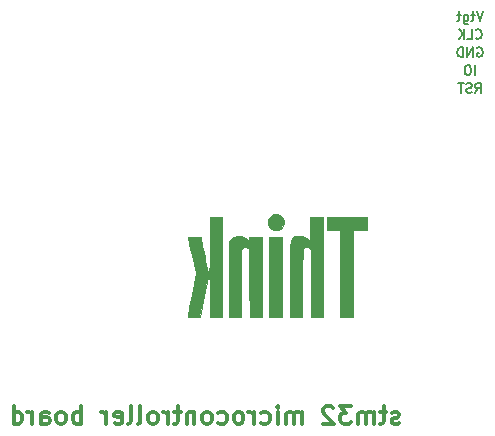
<source format=gbo>
G04 #@! TF.FileFunction,Legend,Bot*
%FSLAX46Y46*%
G04 Gerber Fmt 4.6, Leading zero omitted, Abs format (unit mm)*
G04 Created by KiCad (PCBNEW 4.0.2-4+6225~38~ubuntu14.04.1-stable) date 2016年05月02日 21時32分02秒*
%MOMM*%
G01*
G04 APERTURE LIST*
%ADD10C,0.101600*%
%ADD11C,0.304800*%
%ADD12C,0.152400*%
%ADD13C,0.010000*%
%ADD14C,1.701140*%
%ADD15R,1.000000X1.000000*%
%ADD16O,1.000000X1.000000*%
%ADD17C,1.724000*%
%ADD18C,2.000000*%
%ADD19C,2.198980*%
%ADD20R,1.927200X1.927200*%
%ADD21O,1.927200X1.927200*%
%ADD22C,5.900000*%
%ADD23C,1.400000*%
G04 APERTURE END LIST*
D10*
D11*
X112376858Y-94342857D02*
X112231715Y-94415429D01*
X111941430Y-94415429D01*
X111796287Y-94342857D01*
X111723715Y-94197714D01*
X111723715Y-94125143D01*
X111796287Y-93980000D01*
X111941430Y-93907429D01*
X112159144Y-93907429D01*
X112304287Y-93834857D01*
X112376858Y-93689714D01*
X112376858Y-93617143D01*
X112304287Y-93472000D01*
X112159144Y-93399429D01*
X111941430Y-93399429D01*
X111796287Y-93472000D01*
X111288287Y-93399429D02*
X110707716Y-93399429D01*
X111070573Y-92891429D02*
X111070573Y-94197714D01*
X110998001Y-94342857D01*
X110852859Y-94415429D01*
X110707716Y-94415429D01*
X110199716Y-94415429D02*
X110199716Y-93399429D01*
X110199716Y-93544571D02*
X110127144Y-93472000D01*
X109982002Y-93399429D01*
X109764287Y-93399429D01*
X109619144Y-93472000D01*
X109546573Y-93617143D01*
X109546573Y-94415429D01*
X109546573Y-93617143D02*
X109474002Y-93472000D01*
X109328859Y-93399429D01*
X109111144Y-93399429D01*
X108966002Y-93472000D01*
X108893430Y-93617143D01*
X108893430Y-94415429D01*
X108312859Y-92891429D02*
X107369430Y-92891429D01*
X107877430Y-93472000D01*
X107659716Y-93472000D01*
X107514573Y-93544571D01*
X107442002Y-93617143D01*
X107369430Y-93762286D01*
X107369430Y-94125143D01*
X107442002Y-94270286D01*
X107514573Y-94342857D01*
X107659716Y-94415429D01*
X108095144Y-94415429D01*
X108240287Y-94342857D01*
X108312859Y-94270286D01*
X106788858Y-93036571D02*
X106716287Y-92964000D01*
X106571144Y-92891429D01*
X106208287Y-92891429D01*
X106063144Y-92964000D01*
X105990573Y-93036571D01*
X105918001Y-93181714D01*
X105918001Y-93326857D01*
X105990573Y-93544571D01*
X106861430Y-94415429D01*
X105918001Y-94415429D01*
X104103715Y-94415429D02*
X104103715Y-93399429D01*
X104103715Y-93544571D02*
X104031143Y-93472000D01*
X103886001Y-93399429D01*
X103668286Y-93399429D01*
X103523143Y-93472000D01*
X103450572Y-93617143D01*
X103450572Y-94415429D01*
X103450572Y-93617143D02*
X103378001Y-93472000D01*
X103232858Y-93399429D01*
X103015143Y-93399429D01*
X102870001Y-93472000D01*
X102797429Y-93617143D01*
X102797429Y-94415429D01*
X102071715Y-94415429D02*
X102071715Y-93399429D01*
X102071715Y-92891429D02*
X102144286Y-92964000D01*
X102071715Y-93036571D01*
X101999143Y-92964000D01*
X102071715Y-92891429D01*
X102071715Y-93036571D01*
X100692858Y-94342857D02*
X100838001Y-94415429D01*
X101128287Y-94415429D01*
X101273429Y-94342857D01*
X101346001Y-94270286D01*
X101418572Y-94125143D01*
X101418572Y-93689714D01*
X101346001Y-93544571D01*
X101273429Y-93472000D01*
X101128287Y-93399429D01*
X100838001Y-93399429D01*
X100692858Y-93472000D01*
X100039715Y-94415429D02*
X100039715Y-93399429D01*
X100039715Y-93689714D02*
X99967143Y-93544571D01*
X99894572Y-93472000D01*
X99749429Y-93399429D01*
X99604286Y-93399429D01*
X98878572Y-94415429D02*
X99023714Y-94342857D01*
X99096286Y-94270286D01*
X99168857Y-94125143D01*
X99168857Y-93689714D01*
X99096286Y-93544571D01*
X99023714Y-93472000D01*
X98878572Y-93399429D01*
X98660857Y-93399429D01*
X98515714Y-93472000D01*
X98443143Y-93544571D01*
X98370572Y-93689714D01*
X98370572Y-94125143D01*
X98443143Y-94270286D01*
X98515714Y-94342857D01*
X98660857Y-94415429D01*
X98878572Y-94415429D01*
X97064286Y-94342857D02*
X97209429Y-94415429D01*
X97499715Y-94415429D01*
X97644857Y-94342857D01*
X97717429Y-94270286D01*
X97790000Y-94125143D01*
X97790000Y-93689714D01*
X97717429Y-93544571D01*
X97644857Y-93472000D01*
X97499715Y-93399429D01*
X97209429Y-93399429D01*
X97064286Y-93472000D01*
X96193429Y-94415429D02*
X96338571Y-94342857D01*
X96411143Y-94270286D01*
X96483714Y-94125143D01*
X96483714Y-93689714D01*
X96411143Y-93544571D01*
X96338571Y-93472000D01*
X96193429Y-93399429D01*
X95975714Y-93399429D01*
X95830571Y-93472000D01*
X95758000Y-93544571D01*
X95685429Y-93689714D01*
X95685429Y-94125143D01*
X95758000Y-94270286D01*
X95830571Y-94342857D01*
X95975714Y-94415429D01*
X96193429Y-94415429D01*
X95032286Y-93399429D02*
X95032286Y-94415429D01*
X95032286Y-93544571D02*
X94959714Y-93472000D01*
X94814572Y-93399429D01*
X94596857Y-93399429D01*
X94451714Y-93472000D01*
X94379143Y-93617143D01*
X94379143Y-94415429D01*
X93871143Y-93399429D02*
X93290572Y-93399429D01*
X93653429Y-92891429D02*
X93653429Y-94197714D01*
X93580857Y-94342857D01*
X93435715Y-94415429D01*
X93290572Y-94415429D01*
X92782572Y-94415429D02*
X92782572Y-93399429D01*
X92782572Y-93689714D02*
X92710000Y-93544571D01*
X92637429Y-93472000D01*
X92492286Y-93399429D01*
X92347143Y-93399429D01*
X91621429Y-94415429D02*
X91766571Y-94342857D01*
X91839143Y-94270286D01*
X91911714Y-94125143D01*
X91911714Y-93689714D01*
X91839143Y-93544571D01*
X91766571Y-93472000D01*
X91621429Y-93399429D01*
X91403714Y-93399429D01*
X91258571Y-93472000D01*
X91186000Y-93544571D01*
X91113429Y-93689714D01*
X91113429Y-94125143D01*
X91186000Y-94270286D01*
X91258571Y-94342857D01*
X91403714Y-94415429D01*
X91621429Y-94415429D01*
X90242572Y-94415429D02*
X90387714Y-94342857D01*
X90460286Y-94197714D01*
X90460286Y-92891429D01*
X89444286Y-94415429D02*
X89589428Y-94342857D01*
X89662000Y-94197714D01*
X89662000Y-92891429D01*
X88283142Y-94342857D02*
X88428285Y-94415429D01*
X88718571Y-94415429D01*
X88863714Y-94342857D01*
X88936285Y-94197714D01*
X88936285Y-93617143D01*
X88863714Y-93472000D01*
X88718571Y-93399429D01*
X88428285Y-93399429D01*
X88283142Y-93472000D01*
X88210571Y-93617143D01*
X88210571Y-93762286D01*
X88936285Y-93907429D01*
X87557428Y-94415429D02*
X87557428Y-93399429D01*
X87557428Y-93689714D02*
X87484856Y-93544571D01*
X87412285Y-93472000D01*
X87267142Y-93399429D01*
X87121999Y-93399429D01*
X85452856Y-94415429D02*
X85452856Y-92891429D01*
X85452856Y-93472000D02*
X85307713Y-93399429D01*
X85017427Y-93399429D01*
X84872284Y-93472000D01*
X84799713Y-93544571D01*
X84727142Y-93689714D01*
X84727142Y-94125143D01*
X84799713Y-94270286D01*
X84872284Y-94342857D01*
X85017427Y-94415429D01*
X85307713Y-94415429D01*
X85452856Y-94342857D01*
X83856285Y-94415429D02*
X84001427Y-94342857D01*
X84073999Y-94270286D01*
X84146570Y-94125143D01*
X84146570Y-93689714D01*
X84073999Y-93544571D01*
X84001427Y-93472000D01*
X83856285Y-93399429D01*
X83638570Y-93399429D01*
X83493427Y-93472000D01*
X83420856Y-93544571D01*
X83348285Y-93689714D01*
X83348285Y-94125143D01*
X83420856Y-94270286D01*
X83493427Y-94342857D01*
X83638570Y-94415429D01*
X83856285Y-94415429D01*
X82041999Y-94415429D02*
X82041999Y-93617143D01*
X82114570Y-93472000D01*
X82259713Y-93399429D01*
X82549999Y-93399429D01*
X82695142Y-93472000D01*
X82041999Y-94342857D02*
X82187142Y-94415429D01*
X82549999Y-94415429D01*
X82695142Y-94342857D01*
X82767713Y-94197714D01*
X82767713Y-94052571D01*
X82695142Y-93907429D01*
X82549999Y-93834857D01*
X82187142Y-93834857D01*
X82041999Y-93762286D01*
X81316285Y-94415429D02*
X81316285Y-93399429D01*
X81316285Y-93689714D02*
X81243713Y-93544571D01*
X81171142Y-93472000D01*
X81025999Y-93399429D01*
X80880856Y-93399429D01*
X79719713Y-94415429D02*
X79719713Y-92891429D01*
X79719713Y-94342857D02*
X79864856Y-94415429D01*
X80155142Y-94415429D01*
X80300284Y-94342857D01*
X80372856Y-94270286D01*
X80445427Y-94125143D01*
X80445427Y-93689714D01*
X80372856Y-93544571D01*
X80300284Y-93472000D01*
X80155142Y-93399429D01*
X79864856Y-93399429D01*
X79719713Y-93472000D01*
D12*
X118802095Y-66401905D02*
X119068762Y-66020952D01*
X119259238Y-66401905D02*
X119259238Y-65601905D01*
X118954476Y-65601905D01*
X118878285Y-65640000D01*
X118840190Y-65678095D01*
X118802095Y-65754286D01*
X118802095Y-65868571D01*
X118840190Y-65944762D01*
X118878285Y-65982857D01*
X118954476Y-66020952D01*
X119259238Y-66020952D01*
X118497333Y-66363810D02*
X118383047Y-66401905D01*
X118192571Y-66401905D01*
X118116381Y-66363810D01*
X118078285Y-66325714D01*
X118040190Y-66249524D01*
X118040190Y-66173333D01*
X118078285Y-66097143D01*
X118116381Y-66059048D01*
X118192571Y-66020952D01*
X118344952Y-65982857D01*
X118421143Y-65944762D01*
X118459238Y-65906667D01*
X118497333Y-65830476D01*
X118497333Y-65754286D01*
X118459238Y-65678095D01*
X118421143Y-65640000D01*
X118344952Y-65601905D01*
X118154476Y-65601905D01*
X118040190Y-65640000D01*
X117811619Y-65601905D02*
X117354476Y-65601905D01*
X117583047Y-66401905D02*
X117583047Y-65601905D01*
X118973523Y-62592000D02*
X119049714Y-62553905D01*
X119163999Y-62553905D01*
X119278285Y-62592000D01*
X119354476Y-62668190D01*
X119392571Y-62744381D01*
X119430666Y-62896762D01*
X119430666Y-63011048D01*
X119392571Y-63163429D01*
X119354476Y-63239619D01*
X119278285Y-63315810D01*
X119163999Y-63353905D01*
X119087809Y-63353905D01*
X118973523Y-63315810D01*
X118935428Y-63277714D01*
X118935428Y-63011048D01*
X119087809Y-63011048D01*
X118592571Y-63353905D02*
X118592571Y-62553905D01*
X118135428Y-63353905D01*
X118135428Y-62553905D01*
X117754476Y-63353905D02*
X117754476Y-62553905D01*
X117564000Y-62553905D01*
X117449714Y-62592000D01*
X117373523Y-62668190D01*
X117335428Y-62744381D01*
X117297333Y-62896762D01*
X117297333Y-63011048D01*
X117335428Y-63163429D01*
X117373523Y-63239619D01*
X117449714Y-63315810D01*
X117564000Y-63353905D01*
X117754476Y-63353905D01*
X119449715Y-59505905D02*
X119183048Y-60305905D01*
X118916381Y-59505905D01*
X118764001Y-59772571D02*
X118459239Y-59772571D01*
X118649715Y-59505905D02*
X118649715Y-60191619D01*
X118611620Y-60267810D01*
X118535429Y-60305905D01*
X118459239Y-60305905D01*
X117849715Y-59772571D02*
X117849715Y-60420190D01*
X117887810Y-60496381D01*
X117925905Y-60534476D01*
X118002096Y-60572571D01*
X118116381Y-60572571D01*
X118192572Y-60534476D01*
X117849715Y-60267810D02*
X117925905Y-60305905D01*
X118078286Y-60305905D01*
X118154477Y-60267810D01*
X118192572Y-60229714D01*
X118230667Y-60153524D01*
X118230667Y-59924952D01*
X118192572Y-59848762D01*
X118154477Y-59810667D01*
X118078286Y-59772571D01*
X117925905Y-59772571D01*
X117849715Y-59810667D01*
X117583048Y-59772571D02*
X117278286Y-59772571D01*
X117468762Y-59505905D02*
X117468762Y-60191619D01*
X117430667Y-60267810D01*
X117354476Y-60305905D01*
X117278286Y-60305905D01*
X118783047Y-64877905D02*
X118783047Y-64077905D01*
X118249714Y-64077905D02*
X118097333Y-64077905D01*
X118021142Y-64116000D01*
X117944952Y-64192190D01*
X117906857Y-64344571D01*
X117906857Y-64611238D01*
X117944952Y-64763619D01*
X118021142Y-64839810D01*
X118097333Y-64877905D01*
X118249714Y-64877905D01*
X118325904Y-64839810D01*
X118402095Y-64763619D01*
X118440190Y-64611238D01*
X118440190Y-64344571D01*
X118402095Y-64192190D01*
X118325904Y-64116000D01*
X118249714Y-64077905D01*
X118840190Y-61753714D02*
X118878285Y-61791810D01*
X118992571Y-61829905D01*
X119068761Y-61829905D01*
X119183047Y-61791810D01*
X119259238Y-61715619D01*
X119297333Y-61639429D01*
X119335428Y-61487048D01*
X119335428Y-61372762D01*
X119297333Y-61220381D01*
X119259238Y-61144190D01*
X119183047Y-61068000D01*
X119068761Y-61029905D01*
X118992571Y-61029905D01*
X118878285Y-61068000D01*
X118840190Y-61106095D01*
X118116380Y-61829905D02*
X118497333Y-61829905D01*
X118497333Y-61029905D01*
X117849714Y-61829905D02*
X117849714Y-61029905D01*
X117392571Y-61829905D02*
X117735428Y-61372762D01*
X117392571Y-61029905D02*
X117849714Y-61487048D01*
D13*
G36*
X106252210Y-77995825D02*
X107366245Y-77995825D01*
X107366245Y-85348456D01*
X108480281Y-85348456D01*
X108480281Y-77995825D01*
X109638877Y-77995825D01*
X109638877Y-76926351D01*
X106252210Y-76926351D01*
X106252210Y-77995825D01*
X106252210Y-77995825D01*
G37*
X106252210Y-77995825D02*
X107366245Y-77995825D01*
X107366245Y-85348456D01*
X108480281Y-85348456D01*
X108480281Y-77995825D01*
X109638877Y-77995825D01*
X109638877Y-76926351D01*
X106252210Y-76926351D01*
X106252210Y-77995825D01*
G36*
X104826245Y-78964449D02*
X104636094Y-78774297D01*
X104414141Y-78603344D01*
X104165025Y-78512465D01*
X103877081Y-78497855D01*
X103808636Y-78504348D01*
X103565501Y-78552200D01*
X103391115Y-78635930D01*
X103268988Y-78765398D01*
X103219512Y-78856587D01*
X103203204Y-78895908D01*
X103189129Y-78941193D01*
X103177120Y-78998926D01*
X103167011Y-79075589D01*
X103158636Y-79177666D01*
X103151829Y-79311639D01*
X103146423Y-79483992D01*
X103142252Y-79701207D01*
X103139151Y-79969768D01*
X103136951Y-80296158D01*
X103135489Y-80686859D01*
X103134596Y-81148355D01*
X103134108Y-81687129D01*
X103133891Y-82195737D01*
X103132912Y-85348456D01*
X104155917Y-85348456D01*
X104168011Y-82475819D01*
X104170361Y-81887377D01*
X104172497Y-81381684D01*
X104175024Y-80952373D01*
X104178551Y-80593073D01*
X104183684Y-80297415D01*
X104191030Y-80059031D01*
X104201197Y-79871550D01*
X104214792Y-79728604D01*
X104232421Y-79623824D01*
X104254693Y-79550841D01*
X104282215Y-79503285D01*
X104315592Y-79474787D01*
X104355433Y-79458978D01*
X104402345Y-79449488D01*
X104456935Y-79439950D01*
X104457425Y-79439852D01*
X104562538Y-79432346D01*
X104649625Y-79470393D01*
X104735337Y-79546833D01*
X104870807Y-79682303D01*
X104870807Y-85348456D01*
X105940281Y-85348456D01*
X105940281Y-76881790D01*
X104826245Y-76881790D01*
X104826245Y-78964449D01*
X104826245Y-78964449D01*
G37*
X104826245Y-78964449D02*
X104636094Y-78774297D01*
X104414141Y-78603344D01*
X104165025Y-78512465D01*
X103877081Y-78497855D01*
X103808636Y-78504348D01*
X103565501Y-78552200D01*
X103391115Y-78635930D01*
X103268988Y-78765398D01*
X103219512Y-78856587D01*
X103203204Y-78895908D01*
X103189129Y-78941193D01*
X103177120Y-78998926D01*
X103167011Y-79075589D01*
X103158636Y-79177666D01*
X103151829Y-79311639D01*
X103146423Y-79483992D01*
X103142252Y-79701207D01*
X103139151Y-79969768D01*
X103136951Y-80296158D01*
X103135489Y-80686859D01*
X103134596Y-81148355D01*
X103134108Y-81687129D01*
X103133891Y-82195737D01*
X103132912Y-85348456D01*
X104155917Y-85348456D01*
X104168011Y-82475819D01*
X104170361Y-81887377D01*
X104172497Y-81381684D01*
X104175024Y-80952373D01*
X104178551Y-80593073D01*
X104183684Y-80297415D01*
X104191030Y-80059031D01*
X104201197Y-79871550D01*
X104214792Y-79728604D01*
X104232421Y-79623824D01*
X104254693Y-79550841D01*
X104282215Y-79503285D01*
X104315592Y-79474787D01*
X104355433Y-79458978D01*
X104402345Y-79449488D01*
X104456935Y-79439950D01*
X104457425Y-79439852D01*
X104562538Y-79432346D01*
X104649625Y-79470393D01*
X104735337Y-79546833D01*
X104870807Y-79682303D01*
X104870807Y-85348456D01*
X105940281Y-85348456D01*
X105940281Y-76881790D01*
X104826245Y-76881790D01*
X104826245Y-78964449D01*
G36*
X101350456Y-85348456D02*
X102419930Y-85348456D01*
X102419930Y-78575123D01*
X101350456Y-78575123D01*
X101350456Y-85348456D01*
X101350456Y-85348456D01*
G37*
X101350456Y-85348456D02*
X102419930Y-85348456D01*
X102419930Y-78575123D01*
X101350456Y-78575123D01*
X101350456Y-85348456D01*
G36*
X98626866Y-78500607D02*
X98366551Y-78561882D01*
X98172052Y-78678638D01*
X98036127Y-78855313D01*
X98030631Y-78866013D01*
X98013474Y-78902638D01*
X97998630Y-78943818D01*
X97985902Y-78996019D01*
X97975091Y-79065711D01*
X97965999Y-79159361D01*
X97958429Y-79283438D01*
X97952183Y-79444410D01*
X97947061Y-79648745D01*
X97942867Y-79902912D01*
X97939402Y-80213379D01*
X97936468Y-80586614D01*
X97933867Y-81029085D01*
X97931401Y-81547261D01*
X97928872Y-82147610D01*
X97928676Y-82195737D01*
X97915843Y-85348456D01*
X98988702Y-85348456D01*
X98988702Y-79640546D01*
X99103059Y-79526188D01*
X99202428Y-79448124D01*
X99302943Y-79431801D01*
X99359132Y-79440174D01*
X99490397Y-79488961D01*
X99590126Y-79557776D01*
X99608118Y-79577912D01*
X99623555Y-79604061D01*
X99636666Y-79642858D01*
X99647679Y-79700941D01*
X99656823Y-79784946D01*
X99664328Y-79901508D01*
X99670422Y-80057266D01*
X99675333Y-80258854D01*
X99679292Y-80512910D01*
X99682526Y-80826069D01*
X99685264Y-81204969D01*
X99687736Y-81656245D01*
X99690169Y-82186535D01*
X99691505Y-82497746D01*
X99703606Y-85348456D01*
X100726596Y-85348456D01*
X100726596Y-78575123D01*
X99657123Y-78575123D01*
X99657123Y-78973830D01*
X99466268Y-78782976D01*
X99230976Y-78604601D01*
X98964232Y-78509372D01*
X98664309Y-78496708D01*
X98626866Y-78500607D01*
X98626866Y-78500607D01*
G37*
X98626866Y-78500607D02*
X98366551Y-78561882D01*
X98172052Y-78678638D01*
X98036127Y-78855313D01*
X98030631Y-78866013D01*
X98013474Y-78902638D01*
X97998630Y-78943818D01*
X97985902Y-78996019D01*
X97975091Y-79065711D01*
X97965999Y-79159361D01*
X97958429Y-79283438D01*
X97952183Y-79444410D01*
X97947061Y-79648745D01*
X97942867Y-79902912D01*
X97939402Y-80213379D01*
X97936468Y-80586614D01*
X97933867Y-81029085D01*
X97931401Y-81547261D01*
X97928872Y-82147610D01*
X97928676Y-82195737D01*
X97915843Y-85348456D01*
X98988702Y-85348456D01*
X98988702Y-79640546D01*
X99103059Y-79526188D01*
X99202428Y-79448124D01*
X99302943Y-79431801D01*
X99359132Y-79440174D01*
X99490397Y-79488961D01*
X99590126Y-79557776D01*
X99608118Y-79577912D01*
X99623555Y-79604061D01*
X99636666Y-79642858D01*
X99647679Y-79700941D01*
X99656823Y-79784946D01*
X99664328Y-79901508D01*
X99670422Y-80057266D01*
X99675333Y-80258854D01*
X99679292Y-80512910D01*
X99682526Y-80826069D01*
X99685264Y-81204969D01*
X99687736Y-81656245D01*
X99690169Y-82186535D01*
X99691505Y-82497746D01*
X99703606Y-85348456D01*
X100726596Y-85348456D01*
X100726596Y-78575123D01*
X99657123Y-78575123D01*
X99657123Y-78973830D01*
X99466268Y-78782976D01*
X99230976Y-78604601D01*
X98964232Y-78509372D01*
X98664309Y-78496708D01*
X98626866Y-78500607D01*
G36*
X96315017Y-79291373D02*
X96314875Y-79816761D01*
X96314302Y-80259921D01*
X96313077Y-80627748D01*
X96310980Y-80927135D01*
X96307792Y-81164978D01*
X96303291Y-81348171D01*
X96297257Y-81483609D01*
X96289471Y-81578185D01*
X96279711Y-81638795D01*
X96267758Y-81672333D01*
X96253392Y-81685694D01*
X96238506Y-81686221D01*
X96214000Y-81668605D01*
X96187517Y-81619571D01*
X96156983Y-81530850D01*
X96120325Y-81394176D01*
X96075468Y-81201283D01*
X96020339Y-80943903D01*
X95952863Y-80613769D01*
X95888339Y-80290410D01*
X95819637Y-79943291D01*
X95755287Y-79617421D01*
X95697679Y-79324958D01*
X95649202Y-79078058D01*
X95612246Y-78888878D01*
X95589200Y-78769574D01*
X95584060Y-78742228D01*
X95553435Y-78575123D01*
X95020717Y-78575123D01*
X94814622Y-78577739D01*
X94645501Y-78584864D01*
X94530635Y-78595416D01*
X94487308Y-78608312D01*
X94487290Y-78608544D01*
X94496008Y-78658533D01*
X94521103Y-78785472D01*
X94560468Y-78979126D01*
X94611997Y-79229261D01*
X94673583Y-79525641D01*
X94743120Y-79858031D01*
X94803545Y-80145290D01*
X95120509Y-81648616D01*
X94781974Y-83468127D01*
X94709343Y-83859201D01*
X94642050Y-84222901D01*
X94581799Y-84549924D01*
X94530290Y-84830965D01*
X94489228Y-85056721D01*
X94460313Y-85217890D01*
X94445250Y-85305167D01*
X94443438Y-85318047D01*
X94485165Y-85329642D01*
X94599015Y-85339200D01*
X94767999Y-85345780D01*
X94975125Y-85348441D01*
X94992668Y-85348456D01*
X95541898Y-85348456D01*
X95852370Y-83577386D01*
X95931820Y-83126966D01*
X95998354Y-82756997D01*
X96053589Y-82460004D01*
X96099145Y-82228507D01*
X96136640Y-82055031D01*
X96167692Y-81932097D01*
X96193922Y-81852227D01*
X96216946Y-81807946D01*
X96238384Y-81791774D01*
X96238930Y-81791662D01*
X96257961Y-81792995D01*
X96273540Y-81810348D01*
X96286009Y-81851698D01*
X96295712Y-81925021D01*
X96302991Y-82038294D01*
X96308187Y-82199491D01*
X96311645Y-82416589D01*
X96313707Y-82697564D01*
X96314716Y-83050392D01*
X96315013Y-83483050D01*
X96315017Y-83562733D01*
X96315017Y-85348456D01*
X97339930Y-85348456D01*
X97339930Y-76881790D01*
X96315017Y-76881790D01*
X96315017Y-79291373D01*
X96315017Y-79291373D01*
G37*
X96315017Y-79291373D02*
X96314875Y-79816761D01*
X96314302Y-80259921D01*
X96313077Y-80627748D01*
X96310980Y-80927135D01*
X96307792Y-81164978D01*
X96303291Y-81348171D01*
X96297257Y-81483609D01*
X96289471Y-81578185D01*
X96279711Y-81638795D01*
X96267758Y-81672333D01*
X96253392Y-81685694D01*
X96238506Y-81686221D01*
X96214000Y-81668605D01*
X96187517Y-81619571D01*
X96156983Y-81530850D01*
X96120325Y-81394176D01*
X96075468Y-81201283D01*
X96020339Y-80943903D01*
X95952863Y-80613769D01*
X95888339Y-80290410D01*
X95819637Y-79943291D01*
X95755287Y-79617421D01*
X95697679Y-79324958D01*
X95649202Y-79078058D01*
X95612246Y-78888878D01*
X95589200Y-78769574D01*
X95584060Y-78742228D01*
X95553435Y-78575123D01*
X95020717Y-78575123D01*
X94814622Y-78577739D01*
X94645501Y-78584864D01*
X94530635Y-78595416D01*
X94487308Y-78608312D01*
X94487290Y-78608544D01*
X94496008Y-78658533D01*
X94521103Y-78785472D01*
X94560468Y-78979126D01*
X94611997Y-79229261D01*
X94673583Y-79525641D01*
X94743120Y-79858031D01*
X94803545Y-80145290D01*
X95120509Y-81648616D01*
X94781974Y-83468127D01*
X94709343Y-83859201D01*
X94642050Y-84222901D01*
X94581799Y-84549924D01*
X94530290Y-84830965D01*
X94489228Y-85056721D01*
X94460313Y-85217890D01*
X94445250Y-85305167D01*
X94443438Y-85318047D01*
X94485165Y-85329642D01*
X94599015Y-85339200D01*
X94767999Y-85345780D01*
X94975125Y-85348441D01*
X94992668Y-85348456D01*
X95541898Y-85348456D01*
X95852370Y-83577386D01*
X95931820Y-83126966D01*
X95998354Y-82756997D01*
X96053589Y-82460004D01*
X96099145Y-82228507D01*
X96136640Y-82055031D01*
X96167692Y-81932097D01*
X96193922Y-81852227D01*
X96216946Y-81807946D01*
X96238384Y-81791774D01*
X96238930Y-81791662D01*
X96257961Y-81792995D01*
X96273540Y-81810348D01*
X96286009Y-81851698D01*
X96295712Y-81925021D01*
X96302991Y-82038294D01*
X96308187Y-82199491D01*
X96311645Y-82416589D01*
X96313707Y-82697564D01*
X96314716Y-83050392D01*
X96315013Y-83483050D01*
X96315017Y-83562733D01*
X96315017Y-85348456D01*
X97339930Y-85348456D01*
X97339930Y-76881790D01*
X96315017Y-76881790D01*
X96315017Y-79291373D01*
G36*
X101785578Y-76680744D02*
X101570737Y-76764603D01*
X101394939Y-76910544D01*
X101275663Y-77105963D01*
X101239451Y-77235923D01*
X101229976Y-77378595D01*
X101261858Y-77513655D01*
X101312908Y-77627123D01*
X101439473Y-77824905D01*
X101592037Y-77948768D01*
X101790690Y-78013717D01*
X101840631Y-78021340D01*
X101999396Y-78026961D01*
X102141241Y-77988965D01*
X102236990Y-77942503D01*
X102422182Y-77800730D01*
X102540568Y-77621375D01*
X102594905Y-77420744D01*
X102587952Y-77215145D01*
X102522468Y-77020885D01*
X102401211Y-76854270D01*
X102226941Y-76731608D01*
X102021986Y-76671573D01*
X101785578Y-76680744D01*
X101785578Y-76680744D01*
G37*
X101785578Y-76680744D02*
X101570737Y-76764603D01*
X101394939Y-76910544D01*
X101275663Y-77105963D01*
X101239451Y-77235923D01*
X101229976Y-77378595D01*
X101261858Y-77513655D01*
X101312908Y-77627123D01*
X101439473Y-77824905D01*
X101592037Y-77948768D01*
X101790690Y-78013717D01*
X101840631Y-78021340D01*
X101999396Y-78026961D01*
X102141241Y-77988965D01*
X102236990Y-77942503D01*
X102422182Y-77800730D01*
X102540568Y-77621375D01*
X102594905Y-77420744D01*
X102587952Y-77215145D01*
X102522468Y-77020885D01*
X102401211Y-76854270D01*
X102226941Y-76731608D01*
X102021986Y-76671573D01*
X101785578Y-76680744D01*
%LPC*%
D14*
X87856060Y-78232000D03*
X92737940Y-78232000D03*
D15*
X79502000Y-76454000D03*
D16*
X80752000Y-76454000D03*
D17*
X80010000Y-90160000D03*
X80010000Y-82560000D03*
D18*
X52578000Y-79502000D03*
X55118000Y-79502000D03*
X94286000Y-91912000D03*
X100786000Y-91912000D03*
X94286000Y-87412000D03*
X100786000Y-87412000D03*
X103430000Y-91912000D03*
X109930000Y-91912000D03*
X103430000Y-87412000D03*
X109930000Y-87412000D03*
X111050000Y-84800000D03*
X117550000Y-84800000D03*
X111050000Y-80300000D03*
X117550000Y-80300000D03*
D19*
X72898000Y-92202000D03*
D20*
X109220000Y-60960000D03*
D21*
X111760000Y-60960000D03*
X109220000Y-63500000D03*
X111760000Y-63500000D03*
X109220000Y-66040000D03*
X111760000Y-66040000D03*
X109220000Y-68580000D03*
X111760000Y-68580000D03*
X109220000Y-71120000D03*
X111760000Y-71120000D03*
D20*
X57150000Y-84582000D03*
D21*
X59690000Y-84582000D03*
X57150000Y-87122000D03*
X59690000Y-87122000D03*
X57150000Y-89662000D03*
X59690000Y-89662000D03*
X57150000Y-92202000D03*
X59690000Y-92202000D03*
D20*
X62230000Y-84582000D03*
D21*
X64770000Y-84582000D03*
X62230000Y-87122000D03*
X64770000Y-87122000D03*
X62230000Y-89662000D03*
X64770000Y-89662000D03*
X62230000Y-92202000D03*
X64770000Y-92202000D03*
D20*
X67310000Y-84582000D03*
D21*
X69850000Y-84582000D03*
X67310000Y-87122000D03*
X69850000Y-87122000D03*
X67310000Y-89662000D03*
X69850000Y-89662000D03*
X67310000Y-92202000D03*
X69850000Y-92202000D03*
D20*
X71120000Y-53340000D03*
D21*
X71120000Y-50800000D03*
X73660000Y-53340000D03*
X73660000Y-50800000D03*
X76200000Y-53340000D03*
X76200000Y-50800000D03*
X78740000Y-53340000D03*
X78740000Y-50800000D03*
X81280000Y-53340000D03*
X81280000Y-50800000D03*
X83820000Y-53340000D03*
X83820000Y-50800000D03*
X86360000Y-53340000D03*
X86360000Y-50800000D03*
X88900000Y-53340000D03*
X88900000Y-50800000D03*
X91440000Y-53340000D03*
X91440000Y-50800000D03*
D20*
X95758000Y-53340000D03*
D21*
X95758000Y-50800000D03*
X98298000Y-53340000D03*
X98298000Y-50800000D03*
X100838000Y-53340000D03*
X100838000Y-50800000D03*
X103378000Y-53340000D03*
X103378000Y-50800000D03*
X105918000Y-53340000D03*
X105918000Y-50800000D03*
X108458000Y-53340000D03*
X108458000Y-50800000D03*
X110998000Y-53340000D03*
X110998000Y-50800000D03*
D20*
X50800000Y-85852000D03*
D21*
X53340000Y-85852000D03*
D22*
X50820000Y-91870000D03*
X116820000Y-91870000D03*
X116820000Y-50370000D03*
X50820000Y-50370000D03*
D23*
X116332000Y-59944000D03*
X116332000Y-61444000D03*
X116332000Y-62944000D03*
X116332000Y-64444000D03*
X116332000Y-65944000D03*
X74930000Y-60960000D03*
X76430000Y-60960000D03*
X77930000Y-60960000D03*
M02*

</source>
